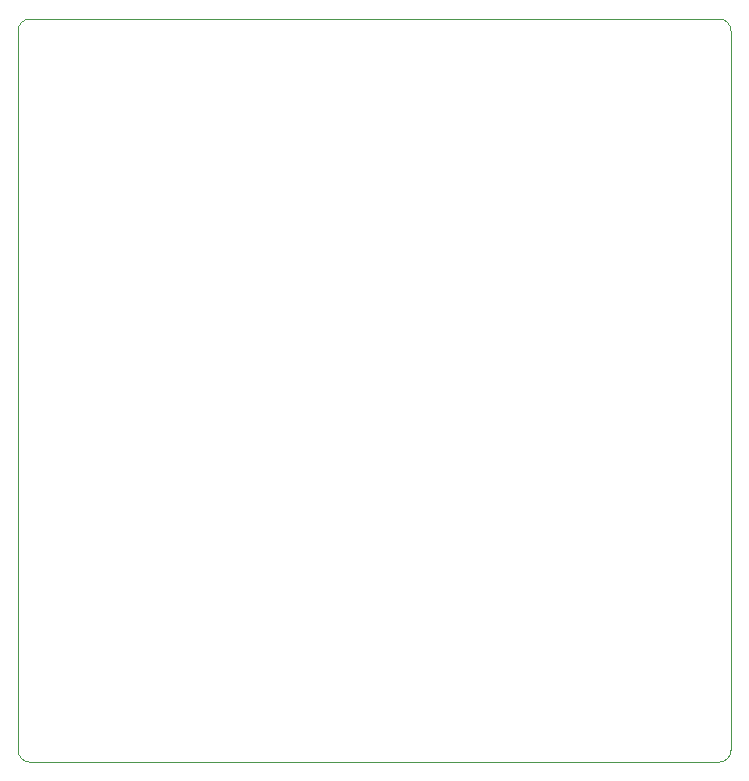
<source format=gm1>
G04 #@! TF.GenerationSoftware,KiCad,Pcbnew,8.0.3*
G04 #@! TF.CreationDate,2024-08-20T17:09:34+02:00*
G04 #@! TF.ProjectId,MDBT50Q-breakout,4d444254-3530-4512-9d62-7265616b6f75,rev?*
G04 #@! TF.SameCoordinates,Original*
G04 #@! TF.FileFunction,Profile,NP*
%FSLAX46Y46*%
G04 Gerber Fmt 4.6, Leading zero omitted, Abs format (unit mm)*
G04 Created by KiCad (PCBNEW 8.0.3) date 2024-08-20 17:09:34*
%MOMM*%
%LPD*%
G01*
G04 APERTURE LIST*
G04 #@! TA.AperFunction,Profile*
%ADD10C,0.050000*%
G04 #@! TD*
G04 APERTURE END LIST*
D10*
X112622500Y-148220000D02*
G75*
G02*
X111622500Y-149220000I-1000000J0D01*
G01*
X111622500Y-86300000D02*
G75*
G02*
X112622500Y-87300000I0J-1000000D01*
G01*
X52272500Y-87300000D02*
G75*
G02*
X53272500Y-86300000I1000000J0D01*
G01*
X53272500Y-149220000D02*
G75*
G02*
X52272500Y-148220000I0J1000000D01*
G01*
X53272500Y-86300000D02*
X111622500Y-86300000D01*
X52272500Y-148220000D02*
X52272500Y-87300000D01*
X112622500Y-87300000D02*
X112622500Y-148220000D01*
X111622500Y-149220000D02*
X53272500Y-149220000D01*
M02*

</source>
